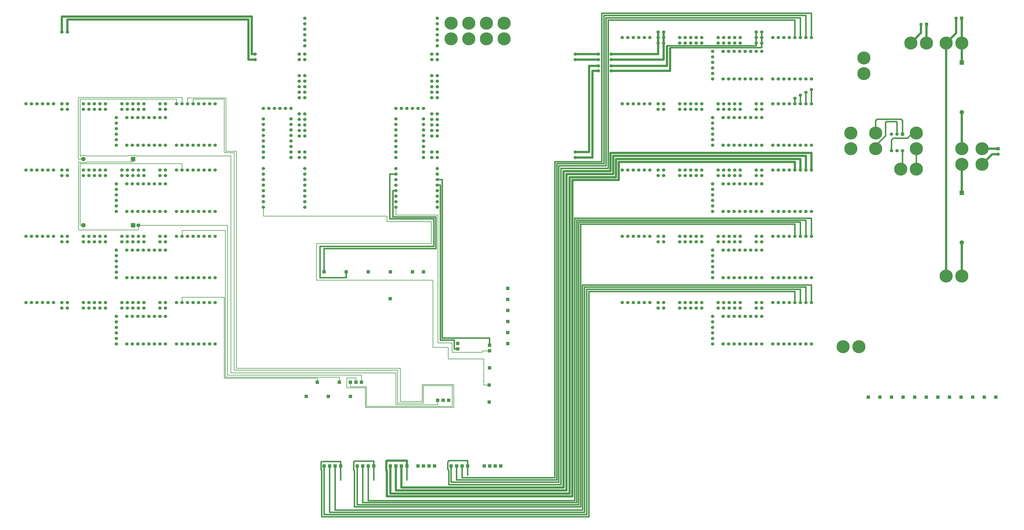
<source format=gbr>
G04 start of page 2 for group 0 idx 0 *
G04 Title: (unknown), P1_W1 *
G04 Creator: pcb 4.2.0 *
G04 CreationDate: Thu Sep 17 11:09:15 2020 UTC *
G04 For: commonadmin *
G04 Format: Gerber/RS-274X *
G04 PCB-Dimensions (mil): 18000.00 11000.00 *
G04 PCB-Coordinate-Origin: lower left *
%MOIN*%
%FSLAX25Y25*%
%LNTOP*%
%ADD24C,0.0280*%
%ADD23C,0.0300*%
%ADD22C,0.0500*%
%ADD21C,0.1870*%
%ADD20C,0.0350*%
%ADD19C,0.0380*%
%ADD18C,0.0800*%
%ADD17C,0.0550*%
%ADD16C,0.0001*%
%ADD15C,0.2362*%
%ADD14C,0.0600*%
%ADD13C,0.0400*%
%ADD12C,0.0100*%
%ADD11C,0.0250*%
G54D11*X770500Y393000D02*X771000D01*
X854500Y492500D02*Y505500D01*
X769000D01*
G54D12*X789500Y421500D02*X732500D01*
Y391000D01*
X693000D01*
X789500Y380000D02*X629500D01*
X789500Y421500D02*Y380000D01*
X629500D02*Y415500D01*
X596000D01*
Y433500D01*
X612500D01*
Y425500D01*
X693000Y391000D02*Y451000D01*
G54D11*X769000Y505500D02*Y792500D01*
X760000D01*
G54D12*X396000Y451000D02*Y844000D01*
X693000Y451000D02*X396000D01*
Y844000D02*X377000D01*
Y940500D01*
X307500D01*
Y930000D01*
G54D13*X1699500Y1085000D02*Y1058000D01*
X1681500Y1040000D01*
X1636000Y1074000D02*Y1058346D01*
X1617654Y1040000D01*
X1681500D02*Y618154D01*
X1681654Y618000D01*
G54D11*X1627500Y848654D02*Y811654D01*
G54D13*X1775500Y838500D02*X1764846D01*
X1746500Y820154D01*
G54D11*X1554000Y848654D02*Y854000D01*
X1572000Y872000D01*
Y896000D01*
X1573500Y897500D01*
X1591500D01*
X1592500Y896500D01*
Y875000D01*
G54D12*X392000Y447500D02*Y841500D01*
X374000D02*Y938500D01*
X317500D01*
Y930000D01*
G54D11*X765500Y502000D02*X790500D01*
Y486000D01*
X797000D01*
X765500Y502000D02*Y782500D01*
X760000D01*
G54D12*X688000Y447500D02*X392000D01*
X787000Y419500D02*X734500D01*
X787000D02*Y382000D01*
X631500Y417500D02*X602500D01*
Y425500D01*
X734500Y419500D02*Y388000D01*
X787000Y382000D02*X631500D01*
Y417500D01*
X688000Y447500D02*Y388000D01*
X734500D02*X688000D01*
X392000Y841500D02*X374000D01*
G54D13*X1746500Y848500D02*X1775500D01*
X1709846Y1084654D02*X1709500Y1085000D01*
X1709846Y1040000D02*Y1084654D01*
X1646000Y1074000D02*Y1040000D01*
X1710000Y1004500D02*Y1039846D01*
X1709846Y1040000D01*
X1710000Y914500D02*Y848500D01*
Y820154D02*Y768500D01*
Y678500D02*Y618000D01*
G54D11*X1602500Y875000D02*Y899500D01*
X1600000Y902000D01*
X1556500D01*
X1554000Y899500D01*
Y877000D01*
X1627500D02*X1621000D01*
X1611500Y867500D01*
X1586000D01*
X1582500Y864000D01*
Y845000D01*
X1602500D02*Y815000D01*
X1599154Y811654D01*
X547500Y671500D02*X754000D01*
Y721500D01*
X674000D01*
Y802500D01*
X685000D01*
X595000Y625500D02*Y615000D01*
X547500D01*
Y671500D01*
G54D13*X1010000Y1010000D02*X1051500D01*
X1075000D02*X1170000D01*
Y1060000D01*
X90000D02*Y1082500D01*
X418000D01*
Y1010000D01*
X430000D01*
G54D12*X287500Y930000D02*Y938500D01*
G54D13*X1010000Y1020000D02*X1051500D01*
X1075000D02*X1160000D01*
Y1060000D02*Y1020000D01*
X424000D02*X430000D01*
G54D12*X760500Y393000D02*Y385000D01*
G54D11*X685000Y772500D02*X679500D01*
Y725000D01*
X757500D01*
X555000Y625500D02*Y667500D01*
X757500Y725000D02*Y667500D01*
X555000D01*
G54D12*X760500Y385000D02*X685000D01*
Y442500D02*X386000D01*
Y835500D02*Y442500D01*
X685000Y385000D02*Y442500D01*
X287500Y938500D02*X113000D01*
Y835500D01*
X113500D01*
X114500Y836500D01*
X122500D01*
X123500Y835500D01*
X201000D01*
X202000Y836500D01*
X215000D01*
X216000Y835500D01*
X386000D01*
G54D13*X80000Y1060000D02*Y1088000D01*
X424000D01*
Y1020000D01*
G54D12*X297500Y810000D02*Y821500D01*
G54D11*X1069500Y813000D02*X984000D01*
G54D12*X109500Y830000D02*Y941500D01*
X297500D01*
Y930000D01*
X113000Y821500D02*X297500D01*
X113000Y710000D02*X119000D01*
Y830000D02*X109500D01*
X113000Y710000D02*Y821500D01*
G54D11*X781000Y240000D02*Y265500D01*
X779000Y267500D01*
Y281000D01*
X781500Y283500D01*
X815000D01*
Y257500D01*
G54D13*X1004500Y219000D02*X668500D01*
G54D11*X1019500Y200000D02*X610000D01*
X1034500Y182000D02*X550500D01*
X984000Y240000D02*X781000D01*
X705000Y274000D02*Y248500D01*
X645000Y282500D02*Y248500D01*
X585000Y282000D02*Y248500D01*
G54D13*X668500Y219000D02*Y265500D01*
X667500Y266500D01*
Y282500D01*
X668500Y283500D01*
X705000D01*
Y274000D01*
G54D11*X610000Y200000D02*Y265000D01*
X608500Y266500D01*
Y281000D01*
X610000Y282500D01*
X645000D01*
X550500Y182000D02*Y265500D01*
X549500Y266500D01*
Y281000D01*
X550500Y282000D01*
X585000D01*
G54D13*X1051500Y989500D02*X1041000D01*
Y832500D01*
X1010000D01*
X1088500Y824500D02*Y792000D01*
X1004500D01*
G54D11*X984000Y813000D02*Y240000D01*
G54D13*X1004500Y792000D02*Y219000D01*
G54D11*X1019500Y712000D02*Y200000D01*
X1034500Y590000D02*Y182000D01*
X1407500Y1050000D02*Y1081500D01*
X1069500D01*
Y813000D01*
X1347500Y1031500D02*X1181500D01*
G54D13*X1075000Y989500D02*X1181500D01*
Y1030500D01*
X1407500Y810000D02*Y824500D01*
G54D11*Y690000D02*Y712000D01*
Y570000D02*Y590000D01*
G54D13*Y824500D02*X1088500D01*
G54D11*X1407500Y712000D02*X1019500D01*
X1407500Y590000D02*X1034500D01*
X1347500Y1060000D02*Y1031500D01*
X1407500Y940000D02*Y930000D01*
G54D12*X622500Y425500D02*Y438500D01*
X380000D01*
G54D11*X805000Y252500D02*Y274000D01*
G54D12*X752000Y489000D02*Y610500D01*
X541000D01*
X854000Y420500D02*X844000D01*
Y468000D01*
X779500D01*
Y489000D02*X752000D01*
G54D11*X973000Y825000D02*Y252500D01*
G54D12*X541000Y677000D02*X749000D01*
Y716500D01*
X779500Y468000D02*Y489000D01*
X541000Y610500D02*Y677000D01*
X380000Y438500D02*Y710000D01*
X749000Y716500D02*X668500D01*
Y726500D01*
X445000D01*
Y742500D01*
X209000Y710000D02*X380000D01*
X218500D02*Y701500D01*
X110000D01*
Y821500D01*
Y824500D02*Y821000D01*
X209000Y830000D02*Y824500D01*
X124500D01*
X123500Y823500D01*
X114000D01*
X113000Y824500D01*
X110000D01*
G54D11*X1437500Y1050000D02*Y1094000D01*
G54D13*Y810000D02*Y841000D01*
G54D11*Y601500D02*Y570000D01*
Y955500D02*Y930000D01*
Y1094000D02*X1058000D01*
X1337500Y1060000D02*Y1035000D01*
X1177500D01*
G54D13*X1075000Y998500D02*X1176000D01*
X1437500Y841000D02*X1073500D01*
X1176000Y998500D02*Y1033500D01*
X1177500Y1035000D01*
G54D11*X1437500Y690000D02*Y722500D01*
X1009000D01*
X1437500Y601500D02*X1023000D01*
X1058000Y1094000D02*Y825000D01*
G54D13*X1035000Y842500D02*Y998500D01*
X1051500D01*
G54D11*X1058000Y825000D02*X973000D01*
G54D13*X1010000Y842500D02*X1035000D01*
X1073500Y841000D02*Y808000D01*
X988500D01*
Y235000D01*
G54D11*X1009000Y722500D02*Y211000D01*
X1023000Y601500D02*Y194000D01*
X805000Y252500D02*X973000D01*
G54D13*X988500Y235000D02*X695000D01*
G54D11*X1009000Y211000D02*X635000D01*
X1023000Y194000D02*X575000D01*
G54D13*X695000Y274000D02*Y235000D01*
G54D11*X635000Y274000D02*Y211000D01*
X575000Y194000D02*Y274000D01*
G54D12*X582500Y425500D02*Y435000D01*
X376000D01*
Y700500D01*
X297500D01*
Y690000D01*
G54D11*X795000Y248500D02*Y274000D01*
X976500Y248500D02*X795000D01*
G54D13*X994000Y229500D02*X685000D01*
Y274000D01*
G54D11*X1012500Y207500D02*X625000D01*
Y274000D01*
X1026500Y190000D02*X565000D01*
Y274000D01*
X1427500Y1050000D02*Y1090000D01*
X1062000D01*
X1427500Y950500D02*Y930000D01*
X1062000Y1090000D02*Y821500D01*
X976500D01*
G54D13*X994000Y802500D02*X1078500D01*
Y835500D01*
G54D11*X976500Y821500D02*Y248500D01*
G54D13*X994000Y802500D02*Y229500D01*
X1427500Y810000D02*Y835500D01*
X1078500D01*
G54D11*X1427500Y690000D02*Y719000D01*
X1012500D01*
X1427500Y570000D02*Y598000D01*
X1026500D01*
X1012500Y719000D02*Y207500D01*
X1026500Y598000D02*Y190000D01*
G54D12*X685000Y742500D02*Y728500D01*
X761000D01*
X786500Y480000D02*X841500D01*
Y482500D01*
G54D11*X785000Y244500D02*Y274000D01*
X980000Y817500D02*Y244500D01*
X785000D01*
G54D13*X999500Y797000D02*Y224000D01*
X675000D01*
G54D11*X1016000Y203500D02*X615000D01*
X1030500Y186000D02*X555000D01*
G54D13*X675000Y224000D02*Y274000D01*
G54D11*X615000Y203500D02*Y274000D01*
X555000Y186000D02*Y274000D01*
X1016000Y715500D02*Y203500D01*
X1030500Y594000D02*Y186000D01*
G54D12*X761000Y728500D02*Y497000D01*
X786500D01*
Y480000D01*
X841500Y482500D02*X854500D01*
X542500Y425500D02*Y433000D01*
X374000D01*
Y454500D01*
X297500Y570000D02*Y579500D01*
X374000D01*
Y454000D01*
G54D13*X1417500Y810000D02*Y830000D01*
G54D11*Y1050000D02*Y1085500D01*
X1065500D01*
Y817500D01*
X980000D01*
G54D13*X1417500Y830000D02*X1083500D01*
G54D11*X1417500Y945500D02*Y930000D01*
G54D13*X999500Y797000D02*X1083500D01*
Y830000D01*
G54D11*X1417500Y690000D02*Y715500D01*
Y570000D02*Y594000D01*
Y715500D02*X1016000D01*
X1417500Y594000D02*X1030500D01*
G54D14*X1367500Y975000D03*
X1377500D03*
X1387500D03*
X1397500D03*
X1407500D03*
X1417500D03*
X1427500D03*
X1437500D03*
G54D15*X1532500Y1012846D03*
Y984500D03*
G54D16*G36*
X1706000Y1008500D02*Y1000500D01*
X1714000D01*
Y1008500D01*
X1706000D01*
G37*
G54D14*X1367500Y1050000D03*
X1347500D03*
Y1040000D03*
X1377500Y1050000D03*
X1387500D03*
X1397500D03*
X1407500D03*
X1417500D03*
X1427500D03*
X1437500D03*
X1337500Y1040000D03*
Y1050000D03*
X1308500D03*
Y1040000D03*
G54D15*X1646000D03*
X1617654D03*
G54D14*X1219000D03*
X1209000Y1050000D03*
X1199000D03*
X1209000Y1040000D03*
X1199000D03*
X1170000D03*
X1160000D03*
X1170000Y1050000D03*
X1160000D03*
X1145000D03*
X1135000D03*
X1125000D03*
X1115000D03*
X1105000D03*
X1095000D03*
G54D15*X1709846Y1040000D03*
X1681500D03*
G54D16*G36*
X1706500Y1088000D02*Y1082000D01*
X1712500D01*
Y1088000D01*
X1706500D01*
G37*
G54D14*X1699500Y1085000D03*
G54D16*G36*
X1643250Y1076750D02*Y1071250D01*
X1648750D01*
Y1076750D01*
X1643250D01*
G37*
G54D17*X1636000Y1074000D03*
G54D14*X1277500Y975000D03*
X1287500D03*
X1297500D03*
X1307500D03*
X1317500D03*
X1327500D03*
X1337500D03*
X1347500D03*
X1258500D03*
Y985000D03*
Y995000D03*
Y1005000D03*
Y1015000D03*
Y1025000D03*
X1277500D03*
X1287500D03*
X1297500D03*
X1307500D03*
X1317500D03*
X1327500D03*
X1337500D03*
X1347500D03*
X1298500Y1050000D03*
X1288500D03*
X1278500D03*
X1268500D03*
X1298500Y1040000D03*
X1288500D03*
X1278500D03*
X1268500D03*
X1239000D03*
X1229000D03*
X1239000Y1050000D03*
X1229000D03*
X1219000D03*
X287500Y495000D03*
X297500D03*
X307500D03*
X317500D03*
X327500D03*
X337500D03*
X347500D03*
X357500D03*
X197500D03*
X207500D03*
X217500D03*
X227500D03*
X237500D03*
X247500D03*
X257500D03*
X267500D03*
X178500D03*
Y505000D03*
Y515000D03*
Y525000D03*
Y535000D03*
Y545000D03*
X197500D03*
X207500D03*
X217500D03*
X227500D03*
X237500D03*
X247500D03*
X257500D03*
X267500D03*
X287500Y570000D03*
X267500D03*
Y560000D03*
X297500Y570000D03*
X307500D03*
X317500D03*
X327500D03*
X337500D03*
X347500D03*
X357500D03*
X257500Y560000D03*
Y570000D03*
X228500D03*
Y560000D03*
G54D16*G36*
X592000Y628500D02*Y622500D01*
X598000D01*
Y628500D01*
X592000D01*
G37*
G36*
X552000D02*Y622500D01*
X558000D01*
Y628500D01*
X552000D01*
G37*
G54D14*X218500Y570000D03*
X208500D03*
X198500D03*
X188500D03*
X218500Y560000D03*
X208500D03*
X198500D03*
X188500D03*
X159000D03*
X149000D03*
X159000Y570000D03*
X149000D03*
X139000D03*
Y560000D03*
X129000Y570000D03*
X119000D03*
X129000Y560000D03*
X119000D03*
X90000D03*
X80000D03*
X90000Y570000D03*
X80000D03*
X65000D03*
X55000D03*
X45000D03*
X35000D03*
X25000D03*
X15000D03*
X197500Y615000D03*
X207500D03*
X217500D03*
X227500D03*
X237500D03*
X247500D03*
X257500D03*
X267500D03*
X178500D03*
Y625000D03*
Y635000D03*
Y645000D03*
Y655000D03*
Y665000D03*
X197500D03*
X207500D03*
X217500D03*
X227500D03*
X237500D03*
X247500D03*
X257500D03*
X267500D03*
X218500Y690000D03*
Y680000D03*
X208500D03*
X198500D03*
X188500D03*
X208500Y690000D03*
X198500D03*
X188500D03*
X159000D03*
X149000D03*
X139000D03*
G54D18*X119000Y710000D03*
G54D16*G36*
X215500Y713000D02*Y707000D01*
X221500D01*
Y713000D01*
X215500D01*
G37*
G54D14*X159000Y680000D03*
X149000D03*
X139000D03*
X129000Y690000D03*
X119000D03*
X129000Y680000D03*
X119000D03*
X90000D03*
X80000D03*
X90000Y690000D03*
X80000D03*
X65000D03*
X55000D03*
X45000D03*
X35000D03*
X25000D03*
X15000D03*
X287500Y855000D03*
Y930000D03*
X297500D03*
X307500D03*
X317500D03*
X327500D03*
X337500D03*
X347500D03*
X357500D03*
X297500Y855000D03*
X307500D03*
X317500D03*
X327500D03*
X337500D03*
X347500D03*
X357500D03*
X317500Y810000D03*
X327500D03*
X337500D03*
X347500D03*
X357500D03*
X287500D03*
X297500D03*
X307500D03*
X228500D03*
X218500D03*
X208500D03*
X267500D03*
Y800000D03*
X257500D03*
Y810000D03*
X228500Y800000D03*
X218500D03*
X208500D03*
G54D16*G36*
X205000Y834000D02*Y826000D01*
X213000D01*
Y834000D01*
X205000D01*
G37*
G54D14*X198500Y810000D03*
Y800000D03*
X188500D03*
Y810000D03*
X159000D03*
X149000D03*
X139000D03*
X129000D03*
X119000D03*
X159000Y800000D03*
X149000D03*
X139000D03*
X129000D03*
X119000D03*
X197500Y855000D03*
X207500D03*
X217500D03*
X227500D03*
X237500D03*
X247500D03*
X257500D03*
X267500D03*
X178500D03*
Y865000D03*
Y875000D03*
Y885000D03*
Y895000D03*
Y905000D03*
X197500D03*
X207500D03*
X217500D03*
X227500D03*
X237500D03*
X247500D03*
X257500D03*
X267500D03*
Y930000D03*
Y920000D03*
X257500D03*
Y930000D03*
X228500D03*
Y920000D03*
X218500Y930000D03*
Y920000D03*
X208500Y930000D03*
Y920000D03*
X198500Y930000D03*
X188500D03*
X198500Y920000D03*
X188500D03*
X159000D03*
X149000D03*
X139000D03*
X129000D03*
X159000Y930000D03*
X149000D03*
X139000D03*
X129000D03*
X119000D03*
Y920000D03*
X90000Y930000D03*
X80000D03*
X65000D03*
X90000Y920000D03*
X80000D03*
X55000Y930000D03*
X45000D03*
X35000D03*
X25000D03*
X15000D03*
X317500Y615000D03*
X327500D03*
X337500D03*
X347500D03*
X287500D03*
X297500D03*
X307500D03*
X357500D03*
X307500Y690000D03*
X317500D03*
X327500D03*
X337500D03*
X347500D03*
X357500D03*
X287500D03*
X267500D03*
Y680000D03*
X297500Y690000D03*
X287500Y735000D03*
X297500D03*
X307500D03*
X317500D03*
X327500D03*
X337500D03*
X347500D03*
X357500D03*
X267500D03*
X257500Y680000D03*
Y690000D03*
X228500D03*
Y680000D03*
X257500Y735000D03*
G54D16*G36*
X205000Y714000D02*Y706000D01*
X213000D01*
Y714000D01*
X205000D01*
G37*
G54D14*X197500Y735000D03*
X207500D03*
X217500D03*
X227500D03*
X237500D03*
X247500D03*
X178500D03*
Y745000D03*
Y755000D03*
Y765000D03*
Y775000D03*
Y785000D03*
X197500D03*
X207500D03*
X217500D03*
X227500D03*
X237500D03*
X247500D03*
X257500D03*
X267500D03*
X90000Y810000D03*
X80000D03*
X65000D03*
X90000Y800000D03*
X80000D03*
X55000Y810000D03*
X45000D03*
X35000D03*
X25000D03*
X15000D03*
G54D18*X119000Y830000D03*
G54D14*X445000Y812500D03*
X520000D03*
X445000Y802500D03*
Y792500D03*
Y782500D03*
Y772500D03*
Y762500D03*
Y752500D03*
Y742500D03*
X520000Y802500D03*
Y792500D03*
Y782500D03*
Y772500D03*
Y762500D03*
Y752500D03*
Y742500D03*
Y832500D03*
X510000D03*
Y842500D03*
X520000D03*
X445000Y902500D03*
Y921500D03*
X455000D03*
X445000Y892500D03*
X465000Y921500D03*
X475000D03*
X485000D03*
X495000D03*
Y902500D03*
X445000Y882500D03*
Y872500D03*
Y862500D03*
Y852500D03*
Y842500D03*
Y832500D03*
X495000Y862500D03*
Y852500D03*
Y842500D03*
Y832500D03*
Y892500D03*
Y882500D03*
Y872500D03*
X520000Y871500D03*
X510000D03*
Y881500D03*
Y891500D03*
Y901500D03*
X520000Y881500D03*
Y891500D03*
Y901500D03*
Y911500D03*
Y941000D03*
Y951000D03*
X510000Y911500D03*
Y941000D03*
Y951000D03*
X520000Y961000D03*
Y971000D03*
Y981000D03*
Y1010000D03*
X510000Y961000D03*
Y971000D03*
Y981000D03*
Y1010000D03*
Y1020000D03*
X520000D03*
Y1035000D03*
Y1045000D03*
Y1055000D03*
Y1065000D03*
Y1075000D03*
Y1085000D03*
X1367500Y735000D03*
Y810000D03*
X1377500D03*
X1387500D03*
X1397500D03*
X1407500D03*
X1417500D03*
X1427500D03*
X1437500D03*
X1377500Y735000D03*
X1387500D03*
X1397500D03*
X1407500D03*
X1417500D03*
X1427500D03*
X1437500D03*
X1397500Y690000D03*
X1407500D03*
X1417500D03*
X1427500D03*
X1437500D03*
X1367500Y495000D03*
X1377500D03*
X1387500D03*
X1397500D03*
X1407500D03*
X1417500D03*
X1427500D03*
X1437500D03*
X1367500Y570000D03*
X1377500D03*
X1387500D03*
X1397500D03*
X1407500D03*
X1417500D03*
X1427500D03*
X1437500D03*
G54D15*X1495000Y490000D03*
X1523346D03*
G54D16*G36*
X1537500Y401500D02*Y395500D01*
X1543500D01*
Y401500D01*
X1537500D01*
G37*
G36*
X1558500D02*Y395500D01*
X1564500D01*
Y401500D01*
X1558500D01*
G37*
G36*
X1579500D02*Y395500D01*
X1585500D01*
Y401500D01*
X1579500D01*
G37*
G36*
X1600500D02*Y395500D01*
X1606500D01*
Y401500D01*
X1600500D01*
G37*
G36*
X1621500D02*Y395500D01*
X1627500D01*
Y401500D01*
X1621500D01*
G37*
G36*
X1642500D02*Y395500D01*
X1648500D01*
Y401500D01*
X1642500D01*
G37*
G36*
X1663500D02*Y395500D01*
X1669500D01*
Y401500D01*
X1663500D01*
G37*
G36*
X1684500D02*Y395500D01*
X1690500D01*
Y401500D01*
X1684500D01*
G37*
G36*
X1705500D02*Y395500D01*
X1711500D01*
Y401500D01*
X1705500D01*
G37*
G36*
X1726500D02*Y395500D01*
X1732500D01*
Y401500D01*
X1726500D01*
G37*
G36*
X1747500D02*Y395500D01*
X1753500D01*
Y401500D01*
X1747500D01*
G37*
G36*
X1768500D02*Y395500D01*
X1774500D01*
Y401500D01*
X1768500D01*
G37*
G54D14*X1278500Y810000D03*
X1268500D03*
X1278500Y800000D03*
X1268500D03*
X1239000D03*
X1229000D03*
X1219000D03*
X1209000D03*
X1239000Y810000D03*
X1229000D03*
X1219000D03*
X1209000D03*
X1199000D03*
Y800000D03*
X1170000Y810000D03*
X1160000D03*
X1145000D03*
X1170000Y800000D03*
X1160000D03*
X1135000Y810000D03*
X1125000D03*
X1115000D03*
X1105000D03*
X1095000D03*
X1367500Y615000D03*
X1377500D03*
X1387500D03*
X1397500D03*
X1407500D03*
X1417500D03*
X1427500D03*
X1437500D03*
X1297500D03*
X1307500D03*
X1317500D03*
X1327500D03*
X1337500D03*
X1347500D03*
X1277500D03*
X1258500D03*
Y625000D03*
Y635000D03*
Y645000D03*
Y655000D03*
Y665000D03*
X1287500D03*
X1297500D03*
X1307500D03*
X1317500D03*
X1327500D03*
X1337500D03*
X1347500D03*
X1287500Y615000D03*
X1277500Y735000D03*
X1287500D03*
X1297500D03*
X1307500D03*
X1317500D03*
X1327500D03*
X1337500D03*
X1347500D03*
X1258500D03*
Y745000D03*
Y755000D03*
Y765000D03*
Y775000D03*
Y785000D03*
X1277500D03*
X1287500D03*
X1297500D03*
X1307500D03*
X1317500D03*
X1327500D03*
X1337500D03*
X1347500D03*
Y810000D03*
Y800000D03*
X1337500D03*
Y810000D03*
X1308500D03*
Y800000D03*
X1298500Y810000D03*
Y800000D03*
X1288500Y810000D03*
Y800000D03*
X1367500Y690000D03*
X1377500D03*
X1387500D03*
X1308500D03*
X1298500D03*
X1288500D03*
X1347500D03*
Y680000D03*
X1337500D03*
Y690000D03*
X1308500Y680000D03*
X1298500D03*
X1288500D03*
X1278500Y690000D03*
Y680000D03*
X1268500D03*
Y690000D03*
X1239000D03*
X1229000D03*
X1219000D03*
X1209000D03*
X1199000D03*
X1239000Y680000D03*
X1229000D03*
X1219000D03*
X1209000D03*
X1199000D03*
X1170000Y690000D03*
X1160000D03*
X1145000D03*
X1170000Y680000D03*
X1160000D03*
X1135000Y690000D03*
X1125000D03*
X1115000D03*
X1105000D03*
X1095000D03*
X1287500Y495000D03*
X1297500D03*
X1307500D03*
X1317500D03*
X1327500D03*
X1337500D03*
X1277500Y665000D03*
Y495000D03*
Y545000D03*
X1258500Y525000D03*
Y535000D03*
Y545000D03*
X1287500D03*
X1297500D03*
X1307500D03*
X1317500D03*
X1278500Y560000D03*
X1268500Y570000D03*
Y560000D03*
X1258500Y495000D03*
Y505000D03*
Y515000D03*
X1347500Y495000D03*
G54D16*G36*
X884500Y518500D02*Y512500D01*
X890500D01*
Y518500D01*
X884500D01*
G37*
G36*
X851500Y485500D02*Y479500D01*
X857500D01*
Y485500D01*
X851500D01*
G37*
G36*
Y495500D02*Y489500D01*
X857500D01*
Y495500D01*
X851500D01*
G37*
G36*
Y454500D02*Y448500D01*
X857500D01*
Y454500D01*
X851500D01*
G37*
G36*
X884500Y498500D02*Y492500D01*
X890500D01*
Y498500D01*
X884500D01*
G37*
G36*
X794000Y499000D02*Y493000D01*
X800000D01*
Y499000D01*
X794000D01*
G37*
G36*
Y489000D02*Y483000D01*
X800000D01*
Y489000D01*
X794000D01*
G37*
G54D14*X1327500Y545000D03*
X1337500D03*
X1347500D03*
Y570000D03*
Y560000D03*
X1337500D03*
Y570000D03*
X1308500D03*
Y560000D03*
X1298500Y570000D03*
Y560000D03*
X1288500Y570000D03*
Y560000D03*
X1278500Y570000D03*
X1239000D03*
Y560000D03*
X1229000Y570000D03*
Y560000D03*
X1219000Y570000D03*
Y560000D03*
X1209000Y570000D03*
Y560000D03*
X1199000D03*
Y570000D03*
X1170000D03*
Y560000D03*
X1160000D03*
Y570000D03*
X1145000D03*
X1135000D03*
X1125000D03*
X1115000D03*
X1105000D03*
X1095000D03*
G54D16*G36*
X884500Y598500D02*Y592500D01*
X890500D01*
Y598500D01*
X884500D01*
G37*
G36*
X712000Y628500D02*Y622500D01*
X718000D01*
Y628500D01*
X712000D01*
G37*
G36*
X732000D02*Y622500D01*
X738000D01*
Y628500D01*
X732000D01*
G37*
G36*
X672000D02*Y622500D01*
X678000D01*
Y628500D01*
X672000D01*
G37*
G36*
X632000D02*Y622500D01*
X638000D01*
Y628500D01*
X632000D01*
G37*
G36*
X671500Y580000D02*Y574000D01*
X677500D01*
Y580000D01*
X671500D01*
G37*
G36*
X884500Y578500D02*Y572500D01*
X890500D01*
Y578500D01*
X884500D01*
G37*
G36*
Y538500D02*Y532500D01*
X890500D01*
Y538500D01*
X884500D01*
G37*
G36*
Y558500D02*Y552500D01*
X890500D01*
Y558500D01*
X884500D01*
G37*
G36*
X872000Y277000D02*Y271000D01*
X878000D01*
Y277000D01*
X872000D01*
G37*
G36*
X862000D02*Y271000D01*
X868000D01*
Y277000D01*
X862000D01*
G37*
G36*
X852000D02*Y271000D01*
X858000D01*
Y277000D01*
X852000D01*
G37*
G36*
X842000D02*Y271000D01*
X848000D01*
Y277000D01*
X842000D01*
G37*
G36*
X812000D02*Y271000D01*
X818000D01*
Y277000D01*
X812000D01*
G37*
G36*
X802000D02*Y271000D01*
X808000D01*
Y277000D01*
X802000D01*
G37*
G36*
X792000D02*Y271000D01*
X798000D01*
Y277000D01*
X792000D01*
G37*
G36*
X782000D02*Y271000D01*
X788000D01*
Y277000D01*
X782000D01*
G37*
G36*
X851000Y423500D02*Y417500D01*
X857000D01*
Y423500D01*
X851000D01*
G37*
G36*
Y392500D02*Y386500D01*
X857000D01*
Y392500D01*
X851000D01*
G37*
G36*
X777500Y396000D02*Y390000D01*
X783500D01*
Y396000D01*
X777500D01*
G37*
G36*
X767500D02*Y390000D01*
X773500D01*
Y396000D01*
X767500D01*
G37*
G36*
X757500D02*Y390000D01*
X763500D01*
Y396000D01*
X757500D01*
G37*
G36*
X599500Y403000D02*Y397000D01*
X605500D01*
Y403000D01*
X599500D01*
G37*
G36*
X559500D02*Y397000D01*
X565500D01*
Y403000D01*
X559500D01*
G37*
G36*
X519500D02*Y397000D01*
X525500D01*
Y403000D01*
X519500D01*
G37*
G36*
X539500Y428500D02*Y422500D01*
X545500D01*
Y428500D01*
X539500D01*
G37*
G36*
X579500D02*Y422500D01*
X585500D01*
Y428500D01*
X579500D01*
G37*
G36*
X599500D02*Y422500D01*
X605500D01*
Y428500D01*
X599500D01*
G37*
G36*
X609500D02*Y422500D01*
X615500D01*
Y428500D01*
X609500D01*
G37*
G36*
X619500D02*Y422500D01*
X625500D01*
Y428500D01*
X619500D01*
G37*
G36*
X582000Y277000D02*Y271000D01*
X588000D01*
Y277000D01*
X582000D01*
G37*
G36*
X572000D02*Y271000D01*
X578000D01*
Y277000D01*
X572000D01*
G37*
G36*
X562000D02*Y271000D01*
X568000D01*
Y277000D01*
X562000D01*
G37*
G36*
X552000D02*Y271000D01*
X558000D01*
Y277000D01*
X552000D01*
G37*
G36*
X642000D02*Y271000D01*
X648000D01*
Y277000D01*
X642000D01*
G37*
G36*
X632000D02*Y271000D01*
X638000D01*
Y277000D01*
X632000D01*
G37*
G36*
X622000D02*Y271000D01*
X628000D01*
Y277000D01*
X622000D01*
G37*
G36*
X612000D02*Y271000D01*
X618000D01*
Y277000D01*
X612000D01*
G37*
G36*
X702000D02*Y271000D01*
X708000D01*
Y277000D01*
X702000D01*
G37*
G36*
X692000D02*Y271000D01*
X698000D01*
Y277000D01*
X692000D01*
G37*
G36*
X682000D02*Y271000D01*
X688000D01*
Y277000D01*
X682000D01*
G37*
G36*
X672000D02*Y271000D01*
X678000D01*
Y277000D01*
X672000D01*
G37*
G36*
X732000D02*Y271000D01*
X738000D01*
Y277000D01*
X732000D01*
G37*
G36*
X752000D02*Y271000D01*
X758000D01*
Y277000D01*
X752000D01*
G37*
G36*
X742000D02*Y271000D01*
X748000D01*
Y277000D01*
X742000D01*
G37*
G36*
X722000D02*Y271000D01*
X728000D01*
Y277000D01*
X722000D01*
G37*
G54D15*X881000Y1075846D03*
Y1047500D03*
X849000Y1075846D03*
Y1047500D03*
X817000Y1075846D03*
Y1047500D03*
X785000Y1075846D03*
Y1047500D03*
G54D14*X760000Y1085000D03*
Y1075000D03*
Y1065000D03*
Y1055000D03*
Y1045000D03*
Y1035000D03*
Y1020000D03*
X750000D03*
Y1010000D03*
X760000D03*
X750000Y981000D03*
X760000D03*
X750000Y971000D03*
X760000D03*
X750000Y961000D03*
Y951000D03*
Y941000D03*
X760000Y961000D03*
Y951000D03*
Y941000D03*
Y911500D03*
Y901500D03*
Y891500D03*
Y742500D03*
Y752500D03*
Y762500D03*
Y772500D03*
Y782500D03*
Y792500D03*
Y802500D03*
Y812500D03*
Y881500D03*
Y871500D03*
Y842500D03*
Y832500D03*
X750000Y871500D03*
X735000Y852500D03*
Y862500D03*
X750000Y842500D03*
Y832500D03*
X735000D03*
Y842500D03*
Y872500D03*
X750000Y911500D03*
Y901500D03*
Y891500D03*
Y881500D03*
X735000Y882500D03*
Y892500D03*
Y902500D03*
Y921500D03*
X725000D03*
X715000D03*
X705000D03*
X695000D03*
X685000D03*
Y882500D03*
Y892500D03*
Y902500D03*
Y832500D03*
Y842500D03*
Y852500D03*
Y862500D03*
Y872500D03*
Y742500D03*
Y752500D03*
Y762500D03*
Y772500D03*
Y782500D03*
Y792500D03*
Y802500D03*
Y812500D03*
X1367500Y855000D03*
Y930000D03*
X1377500Y855000D03*
X1387500D03*
X1397500D03*
X1407500D03*
X1417500D03*
X1427500D03*
X1437500D03*
X1377500Y930000D03*
X1387500D03*
X1397500D03*
X1407500D03*
X1417500D03*
X1427500D03*
X1437500D03*
X1277500Y855000D03*
X1287500D03*
X1297500D03*
X1307500D03*
X1317500D03*
X1327500D03*
X1337500D03*
X1347500D03*
X1258500D03*
Y865000D03*
Y875000D03*
Y885000D03*
Y895000D03*
Y905000D03*
X1277500D03*
X1287500D03*
X1297500D03*
X1307500D03*
X1317500D03*
X1327500D03*
X1337500D03*
X1347500D03*
X1278500Y930000D03*
X1268500D03*
X1278500Y920000D03*
X1268500D03*
X1239000D03*
X1229000D03*
X1219000D03*
X1209000D03*
X1239000Y930000D03*
X1229000D03*
X1219000D03*
X1209000D03*
X1199000D03*
Y920000D03*
X1170000Y930000D03*
X1160000D03*
X1145000D03*
X1170000Y920000D03*
X1160000D03*
X1135000Y930000D03*
X1125000D03*
X1115000D03*
X1105000D03*
X1095000D03*
G54D15*X1746500Y848500D03*
G54D16*G36*
X1772500Y851500D02*Y845500D01*
X1778500D01*
Y851500D01*
X1772500D01*
G37*
G54D14*X1775500Y838500D03*
G54D15*X1746500Y820154D03*
X1710000Y848500D03*
Y820154D03*
G54D16*G36*
X1706000Y772500D02*Y764500D01*
X1714000D01*
Y772500D01*
X1706000D01*
G37*
G54D18*X1710000Y678500D03*
G54D15*Y618000D03*
X1681654D03*
X1554000Y848654D03*
G54D14*X1582500Y845000D03*
X1592500D03*
X1602500D03*
G54D15*X1627500Y848654D03*
X1599154Y811654D03*
X1627500D03*
G54D14*X1347500Y930000D03*
Y920000D03*
X1337500D03*
Y930000D03*
X1308500D03*
Y920000D03*
X1298500Y930000D03*
Y920000D03*
X1288500Y930000D03*
Y920000D03*
G54D18*X1710000Y914500D03*
G54D15*X1554000Y877000D03*
G54D16*G36*
X1599500Y878000D02*Y872000D01*
X1605500D01*
Y878000D01*
X1599500D01*
G37*
G54D14*X1592500Y875000D03*
X1582500D03*
G54D15*X1627500Y877000D03*
X1509000D03*
Y848654D03*
G54D14*X1075000Y1020000D03*
Y1010000D03*
X1051500D03*
Y1020000D03*
X1160000Y1060000D03*
X1170000D03*
X1337500D03*
X1347500D03*
X80000D03*
X90000D03*
X1010000Y1020000D03*
X430000D03*
Y1010000D03*
X1010000D03*
Y842500D03*
Y832500D03*
X1075000Y998500D03*
X1051500D03*
X1075000Y989500D03*
X1051500D03*
X1407500Y940000D03*
X1417500Y945500D03*
X1427500Y950500D03*
X1437500Y955500D03*
G54D19*G54D20*G54D19*G54D21*G54D22*G54D19*G54D21*G54D19*G54D21*G54D19*G54D23*G54D19*G54D22*G54D19*G54D22*G54D19*G54D22*G54D19*G54D22*G54D19*G54D21*G54D19*G54D21*G54D19*G54D21*G54D19*G54D21*G54D22*G54D21*G54D24*G54D21*G54D19*G54D22*G54D21*G54D24*G54D21*M02*

</source>
